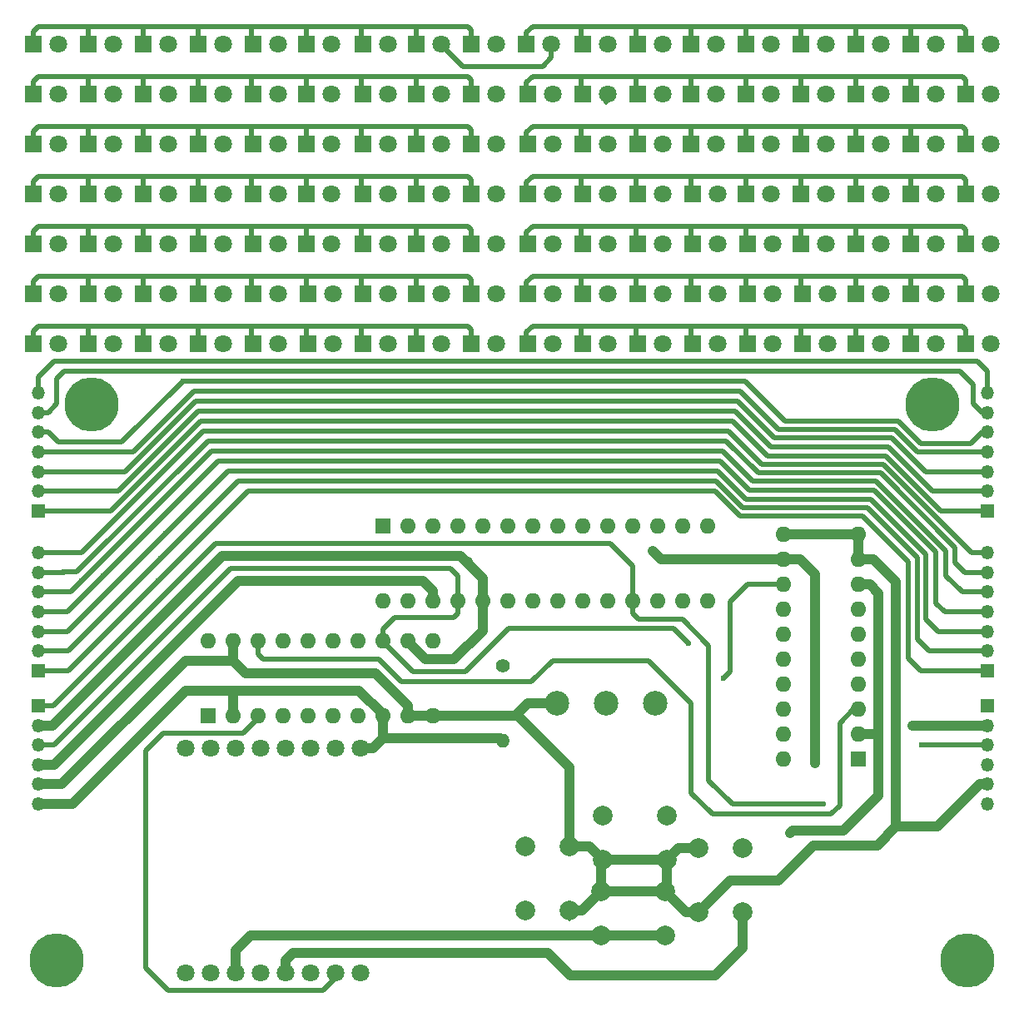
<source format=gbr>
G04 #@! TF.FileFunction,Copper,L2,Bot,Signal*
%FSLAX46Y46*%
G04 Gerber Fmt 4.6, Leading zero omitted, Abs format (unit mm)*
G04 Created by KiCad (PCBNEW 4.0.7) date 01/18/18 14:45:31*
%MOMM*%
%LPD*%
G01*
G04 APERTURE LIST*
%ADD10C,0.100000*%
%ADD11R,1.800000X1.800000*%
%ADD12C,1.800000*%
%ADD13R,1.600000X1.600000*%
%ADD14O,1.600000X1.600000*%
%ADD15R,1.350000X1.350000*%
%ADD16O,1.350000X1.350000*%
%ADD17C,2.000000*%
%ADD18C,1.400000*%
%ADD19O,1.400000X1.400000*%
%ADD20C,2.500000*%
%ADD21C,5.500000*%
%ADD22C,0.600000*%
%ADD23C,0.500000*%
%ADD24C,1.000000*%
G04 APERTURE END LIST*
D10*
D11*
X99060000Y-77470000D03*
D12*
X101600000Y-77470000D03*
D13*
X183007000Y-150241000D03*
D14*
X175387000Y-127381000D03*
X183007000Y-147701000D03*
X175387000Y-129921000D03*
X183007000Y-145161000D03*
X175387000Y-132461000D03*
X183007000Y-142621000D03*
X175387000Y-135001000D03*
X183007000Y-140081000D03*
X175387000Y-137541000D03*
X183007000Y-137541000D03*
X175387000Y-140081000D03*
X183007000Y-135001000D03*
X175387000Y-142621000D03*
X183007000Y-132461000D03*
X175387000Y-145161000D03*
X183007000Y-129921000D03*
X175387000Y-147701000D03*
X183007000Y-127381000D03*
X175387000Y-150241000D03*
D15*
X196088000Y-141224000D03*
D16*
X196088000Y-139224000D03*
X196088000Y-137224000D03*
X196088000Y-135224000D03*
X196088000Y-133224000D03*
X196088000Y-131224000D03*
X196088000Y-129224000D03*
D17*
X166696000Y-159258000D03*
X171196000Y-159258000D03*
X166696000Y-165758000D03*
X171196000Y-165758000D03*
D13*
X116840000Y-145796000D03*
D14*
X139700000Y-138176000D03*
X119380000Y-145796000D03*
X137160000Y-138176000D03*
X121920000Y-145796000D03*
X134620000Y-138176000D03*
X124460000Y-145796000D03*
X132080000Y-138176000D03*
X127000000Y-145796000D03*
X129540000Y-138176000D03*
X129540000Y-145796000D03*
X127000000Y-138176000D03*
X132080000Y-145796000D03*
X124460000Y-138176000D03*
X134620000Y-145796000D03*
X121920000Y-138176000D03*
X137160000Y-145796000D03*
X119380000Y-138176000D03*
X139700000Y-145796000D03*
X116840000Y-138176000D03*
D13*
X134620000Y-126492000D03*
D14*
X167640000Y-134112000D03*
X137160000Y-126492000D03*
X165100000Y-134112000D03*
X139700000Y-126492000D03*
X162560000Y-134112000D03*
X142240000Y-126492000D03*
X160020000Y-134112000D03*
X144780000Y-126492000D03*
X157480000Y-134112000D03*
X147320000Y-126492000D03*
X154940000Y-134112000D03*
X149860000Y-126492000D03*
X152400000Y-134112000D03*
X152400000Y-126492000D03*
X149860000Y-134112000D03*
X154940000Y-126492000D03*
X147320000Y-134112000D03*
X157480000Y-126492000D03*
X144780000Y-134112000D03*
X160020000Y-126492000D03*
X142240000Y-134112000D03*
X162560000Y-126492000D03*
X139700000Y-134112000D03*
X165100000Y-126492000D03*
X137160000Y-134112000D03*
X167640000Y-126492000D03*
X134620000Y-134112000D03*
D18*
X146812000Y-140716000D03*
D19*
X146812000Y-148336000D03*
D11*
X166116000Y-107950000D03*
D12*
X168656000Y-107950000D03*
D11*
X143637000Y-107950000D03*
D12*
X146177000Y-107950000D03*
D11*
X177292000Y-107950000D03*
D12*
X179832000Y-107950000D03*
D11*
X99060000Y-82550000D03*
D12*
X101600000Y-82550000D03*
D11*
X99060000Y-87630000D03*
D12*
X101600000Y-87630000D03*
D11*
X99060000Y-92710000D03*
D12*
X101600000Y-92710000D03*
D11*
X99060000Y-97790000D03*
D12*
X101600000Y-97790000D03*
D11*
X99060000Y-102870000D03*
D12*
X101600000Y-102870000D03*
D11*
X99060000Y-107950000D03*
D12*
X101600000Y-107950000D03*
D11*
X104648000Y-77470000D03*
D12*
X107188000Y-77470000D03*
D11*
X104648000Y-82550000D03*
D12*
X107188000Y-82550000D03*
D11*
X104648000Y-87630000D03*
D12*
X107188000Y-87630000D03*
D11*
X104648000Y-92710000D03*
D12*
X107188000Y-92710000D03*
D11*
X104648000Y-97790000D03*
D12*
X107188000Y-97790000D03*
D11*
X104648000Y-102870000D03*
D12*
X107188000Y-102870000D03*
D11*
X104648000Y-107950000D03*
D12*
X107188000Y-107950000D03*
D11*
X110236000Y-77470000D03*
D12*
X112776000Y-77470000D03*
D11*
X110236000Y-82550000D03*
D12*
X112776000Y-82550000D03*
D11*
X110236000Y-87630000D03*
D12*
X112776000Y-87630000D03*
D11*
X110236000Y-92710000D03*
D12*
X112776000Y-92710000D03*
D11*
X110236000Y-97790000D03*
D12*
X112776000Y-97790000D03*
D11*
X110236000Y-102870000D03*
D12*
X112776000Y-102870000D03*
D11*
X110236000Y-107950000D03*
D12*
X112776000Y-107950000D03*
D11*
X115824000Y-77470000D03*
D12*
X118364000Y-77470000D03*
D11*
X115824000Y-82550000D03*
D12*
X118364000Y-82550000D03*
D11*
X115824000Y-87630000D03*
D12*
X118364000Y-87630000D03*
D11*
X115824000Y-92710000D03*
D12*
X118364000Y-92710000D03*
D11*
X115824000Y-97790000D03*
D12*
X118364000Y-97790000D03*
D11*
X115824000Y-102870000D03*
D12*
X118364000Y-102870000D03*
D11*
X115824000Y-107950000D03*
D12*
X118364000Y-107950000D03*
D11*
X121412000Y-77470000D03*
D12*
X123952000Y-77470000D03*
D11*
X121412000Y-82550000D03*
D12*
X123952000Y-82550000D03*
D11*
X121412000Y-87630000D03*
D12*
X123952000Y-87630000D03*
D11*
X121412000Y-92710000D03*
D12*
X123952000Y-92710000D03*
D11*
X121412000Y-97790000D03*
D12*
X123952000Y-97790000D03*
D11*
X121412000Y-102870000D03*
D12*
X123952000Y-102870000D03*
D11*
X121412000Y-107950000D03*
D12*
X123952000Y-107950000D03*
D11*
X126873000Y-77470000D03*
D12*
X129413000Y-77470000D03*
D11*
X126873000Y-82550000D03*
D12*
X129413000Y-82550000D03*
D11*
X126873000Y-87630000D03*
D12*
X129413000Y-87630000D03*
D11*
X126873000Y-92710000D03*
D12*
X129413000Y-92710000D03*
D11*
X126873000Y-97790000D03*
D12*
X129413000Y-97790000D03*
D11*
X127000000Y-102870000D03*
D12*
X129540000Y-102870000D03*
D11*
X127000000Y-107950000D03*
D12*
X129540000Y-107950000D03*
D11*
X132588000Y-77470000D03*
D12*
X135128000Y-77470000D03*
D11*
X132588000Y-82550000D03*
D12*
X135128000Y-82550000D03*
D11*
X132588000Y-87630000D03*
D12*
X135128000Y-87630000D03*
D11*
X132588000Y-92710000D03*
D12*
X135128000Y-92710000D03*
D11*
X132588000Y-97790000D03*
D12*
X135128000Y-97790000D03*
D11*
X132588000Y-102870000D03*
D12*
X135128000Y-102870000D03*
D11*
X132588000Y-107950000D03*
D12*
X135128000Y-107950000D03*
D11*
X138049000Y-77470000D03*
D12*
X140589000Y-77470000D03*
D11*
X138049000Y-82550000D03*
D12*
X140589000Y-82550000D03*
D11*
X138049000Y-87630000D03*
D12*
X140589000Y-87630000D03*
D11*
X138049000Y-92710000D03*
D12*
X140589000Y-92710000D03*
D11*
X138049000Y-97790000D03*
D12*
X140589000Y-97790000D03*
D11*
X138049000Y-102870000D03*
D12*
X140589000Y-102870000D03*
D11*
X138049000Y-107950000D03*
D12*
X140589000Y-107950000D03*
D11*
X143637000Y-77470000D03*
D12*
X146177000Y-77470000D03*
D11*
X143637000Y-82550000D03*
D12*
X146177000Y-82550000D03*
D11*
X143637000Y-87630000D03*
D12*
X146177000Y-87630000D03*
D11*
X143637000Y-92710000D03*
D12*
X146177000Y-92710000D03*
D11*
X143637000Y-97790000D03*
D12*
X146177000Y-97790000D03*
D11*
X143637000Y-102870000D03*
D12*
X146177000Y-102870000D03*
D11*
X149225000Y-77470000D03*
D12*
X151765000Y-77470000D03*
D11*
X149352000Y-82550000D03*
D12*
X151892000Y-82550000D03*
D11*
X149352000Y-87630000D03*
D12*
X151892000Y-87630000D03*
D11*
X149352000Y-92710000D03*
D12*
X151892000Y-92710000D03*
D11*
X149352000Y-97790000D03*
D12*
X151892000Y-97790000D03*
D11*
X149352000Y-102870000D03*
D12*
X151892000Y-102870000D03*
D11*
X149352000Y-107950000D03*
D12*
X151892000Y-107950000D03*
D11*
X154940000Y-77470000D03*
D12*
X157480000Y-77470000D03*
D11*
X154940000Y-82550000D03*
D12*
X157480000Y-82550000D03*
D11*
X154940000Y-87630000D03*
D12*
X157480000Y-87630000D03*
D11*
X154940000Y-92710000D03*
D12*
X157480000Y-92710000D03*
D11*
X154940000Y-97790000D03*
D12*
X157480000Y-97790000D03*
D11*
X154940000Y-102870000D03*
D12*
X157480000Y-102870000D03*
D11*
X154940000Y-107950000D03*
D12*
X157480000Y-107950000D03*
D11*
X160528000Y-77470000D03*
D12*
X163068000Y-77470000D03*
D11*
X160528000Y-82550000D03*
D12*
X163068000Y-82550000D03*
D11*
X160528000Y-87630000D03*
D12*
X163068000Y-87630000D03*
D11*
X160528000Y-92710000D03*
D12*
X163068000Y-92710000D03*
D11*
X160528000Y-97790000D03*
D12*
X163068000Y-97790000D03*
D11*
X160528000Y-102870000D03*
D12*
X163068000Y-102870000D03*
D11*
X160528000Y-107950000D03*
D12*
X163068000Y-107950000D03*
D11*
X165989000Y-77470000D03*
D12*
X168529000Y-77470000D03*
D11*
X165989000Y-82550000D03*
D12*
X168529000Y-82550000D03*
D11*
X165989000Y-87630000D03*
D12*
X168529000Y-87630000D03*
D11*
X166116000Y-92710000D03*
D12*
X168656000Y-92710000D03*
D11*
X166116000Y-97790000D03*
D12*
X168656000Y-97790000D03*
D11*
X166116000Y-102870000D03*
D12*
X168656000Y-102870000D03*
D11*
X171577000Y-77470000D03*
D12*
X174117000Y-77470000D03*
D11*
X171577000Y-82550000D03*
D12*
X174117000Y-82550000D03*
D11*
X171577000Y-87630000D03*
D12*
X174117000Y-87630000D03*
D11*
X171577000Y-92710000D03*
D12*
X174117000Y-92710000D03*
D11*
X171704000Y-97790000D03*
D12*
X174244000Y-97790000D03*
D11*
X171704000Y-102870000D03*
D12*
X174244000Y-102870000D03*
D11*
X171704000Y-107950000D03*
D12*
X174244000Y-107950000D03*
D11*
X177165000Y-77470000D03*
D12*
X179705000Y-77470000D03*
D11*
X177165000Y-82550000D03*
D12*
X179705000Y-82550000D03*
D11*
X177165000Y-87630000D03*
D12*
X179705000Y-87630000D03*
D11*
X177165000Y-92710000D03*
D12*
X179705000Y-92710000D03*
D11*
X177165000Y-97790000D03*
D12*
X179705000Y-97790000D03*
D11*
X177292000Y-102870000D03*
D12*
X179832000Y-102870000D03*
D11*
X182753000Y-77470000D03*
D12*
X185293000Y-77470000D03*
D11*
X182753000Y-82550000D03*
D12*
X185293000Y-82550000D03*
D11*
X182753000Y-87630000D03*
D12*
X185293000Y-87630000D03*
D11*
X182753000Y-92710000D03*
D12*
X185293000Y-92710000D03*
D11*
X182753000Y-97790000D03*
D12*
X185293000Y-97790000D03*
D11*
X182753000Y-102870000D03*
D12*
X185293000Y-102870000D03*
D11*
X182753000Y-107950000D03*
D12*
X185293000Y-107950000D03*
D11*
X188341000Y-77470000D03*
D12*
X190881000Y-77470000D03*
D11*
X188341000Y-82550000D03*
D12*
X190881000Y-82550000D03*
D11*
X188341000Y-87630000D03*
D12*
X190881000Y-87630000D03*
D11*
X188341000Y-92710000D03*
D12*
X190881000Y-92710000D03*
D11*
X188341000Y-97790000D03*
D12*
X190881000Y-97790000D03*
D11*
X188341000Y-102870000D03*
D12*
X190881000Y-102870000D03*
D11*
X188341000Y-107950000D03*
D12*
X190881000Y-107950000D03*
D11*
X193929000Y-77470000D03*
D12*
X196469000Y-77470000D03*
D11*
X193929000Y-82550000D03*
D12*
X196469000Y-82550000D03*
D11*
X193929000Y-87630000D03*
D12*
X196469000Y-87630000D03*
D11*
X193929000Y-92710000D03*
D12*
X196469000Y-92710000D03*
D11*
X193929000Y-97790000D03*
D12*
X196469000Y-97790000D03*
D11*
X193929000Y-102870000D03*
D12*
X196469000Y-102870000D03*
D11*
X193929000Y-107950000D03*
D12*
X196469000Y-107950000D03*
D15*
X99568000Y-144780000D03*
D16*
X99568000Y-146780000D03*
X99568000Y-148780000D03*
X99568000Y-150780000D03*
X99568000Y-152780000D03*
X99568000Y-154780000D03*
D15*
X99568000Y-124968000D03*
D16*
X99568000Y-122968000D03*
X99568000Y-120968000D03*
X99568000Y-118968000D03*
X99568000Y-116968000D03*
X99568000Y-114968000D03*
X99568000Y-112968000D03*
D15*
X99568000Y-141224000D03*
D16*
X99568000Y-139224000D03*
X99568000Y-137224000D03*
X99568000Y-135224000D03*
X99568000Y-133224000D03*
X99568000Y-131224000D03*
X99568000Y-129224000D03*
D15*
X196088000Y-124968000D03*
D16*
X196088000Y-122968000D03*
X196088000Y-120968000D03*
X196088000Y-118968000D03*
X196088000Y-116968000D03*
X196088000Y-114968000D03*
X196088000Y-112968000D03*
D15*
X196088000Y-144780000D03*
D16*
X196088000Y-146780000D03*
X196088000Y-148780000D03*
X196088000Y-150780000D03*
X196088000Y-152780000D03*
X196088000Y-154780000D03*
D20*
X157306000Y-144526000D03*
X152306000Y-144526000D03*
X162306000Y-144526000D03*
D17*
X156972000Y-160456000D03*
X156972000Y-155956000D03*
X163472000Y-160456000D03*
X163472000Y-155956000D03*
X153598000Y-165608000D03*
X149098000Y-165608000D03*
X153598000Y-159108000D03*
X149098000Y-159108000D03*
X163322000Y-163648000D03*
X163322000Y-168148000D03*
X156822000Y-163648000D03*
X156822000Y-168148000D03*
D21*
X101473000Y-170688000D03*
X194056000Y-170688000D03*
X105029000Y-114173000D03*
X190500000Y-114173000D03*
D12*
X114554000Y-149098000D03*
X117094000Y-149098000D03*
X119634000Y-149098000D03*
X122174000Y-149098000D03*
X124714000Y-149098000D03*
X127254000Y-149098000D03*
X129794000Y-149098000D03*
X132334000Y-149098000D03*
X132334000Y-171958000D03*
X129794000Y-171958000D03*
X127254000Y-171958000D03*
X124714000Y-171958000D03*
X122174000Y-171958000D03*
X119634000Y-171958000D03*
X117094000Y-171958000D03*
X114554000Y-171958000D03*
D22*
X179451000Y-154813000D03*
X176022000Y-157734000D03*
X162052000Y-129032000D03*
X143256000Y-130175000D03*
X178562000Y-150622000D03*
X188468000Y-146812000D03*
X165735000Y-138430000D03*
X189421000Y-148780000D03*
X169291000Y-141986000D03*
X103124000Y-109728000D03*
X108712000Y-110744000D03*
X114300000Y-111760000D03*
X119888000Y-112776000D03*
X125476000Y-113792000D03*
X131064000Y-114808000D03*
X136652000Y-115824000D03*
X111760000Y-132080000D03*
X147828000Y-122936000D03*
X112014000Y-129794000D03*
X151892000Y-121920000D03*
X112522000Y-127254000D03*
X156464000Y-120904000D03*
X106172000Y-131572000D03*
X160528000Y-119888000D03*
X104013000Y-132080000D03*
X163195000Y-118872000D03*
X165735000Y-117856000D03*
X102235000Y-131191000D03*
X168148000Y-116840000D03*
D23*
X123952000Y-108077000D02*
X123825000Y-107950000D01*
X167767000Y-152400000D02*
X167767000Y-138684000D01*
X165100000Y-136017000D02*
X160655000Y-136017000D01*
X167767000Y-138684000D02*
X165100000Y-136017000D01*
X179451000Y-154813000D02*
X170180000Y-154813000D01*
X170180000Y-154813000D02*
X167767000Y-152400000D01*
X160020000Y-135382000D02*
X160020000Y-134112000D01*
X160655000Y-136017000D02*
X160020000Y-135382000D01*
X160020000Y-130556000D02*
X157734000Y-128270000D01*
X160020000Y-130556000D02*
X160020000Y-134112000D01*
X157734000Y-128270000D02*
X156210000Y-128270000D01*
X117602000Y-128270000D02*
X156210000Y-128270000D01*
X156210000Y-128270000D02*
X157734000Y-128270000D01*
X99568000Y-144780000D02*
X101092000Y-144780000D01*
X101092000Y-144780000D02*
X117602000Y-128270000D01*
X129540000Y-108077000D02*
X129413000Y-107950000D01*
D24*
X132207000Y-143256000D02*
X119126000Y-143256000D01*
X132207000Y-143256000D02*
X134620000Y-145669000D01*
X134620000Y-145796000D02*
X134620000Y-145669000D01*
X185039000Y-147701000D02*
X185039000Y-153924000D01*
X181483000Y-157480000D02*
X185039000Y-153924000D01*
X176276000Y-157480000D02*
X181483000Y-157480000D01*
X176276000Y-157480000D02*
X176022000Y-157734000D01*
X183007000Y-147701000D02*
X185039000Y-147701000D01*
X185039000Y-147701000D02*
X185039000Y-133350000D01*
X185039000Y-133350000D02*
X184150000Y-132461000D01*
X184150000Y-132461000D02*
X183007000Y-132461000D01*
X134620000Y-148082000D02*
X146558000Y-148082000D01*
X146558000Y-148082000D02*
X146812000Y-148336000D01*
X134620000Y-148082000D02*
X134620000Y-145796000D01*
X133604000Y-149098000D02*
X134620000Y-148082000D01*
X99568000Y-154780000D02*
X103030000Y-154780000D01*
X103030000Y-154780000D02*
X114554000Y-143256000D01*
X114554000Y-143256000D02*
X119126000Y-143256000D01*
X119380000Y-145796000D02*
X119380000Y-143256000D01*
X119380000Y-143256000D02*
X119126000Y-143256000D01*
D23*
X119380000Y-145796000D02*
X119380000Y-145288000D01*
D24*
X132334000Y-149098000D02*
X133604000Y-149098000D01*
D23*
X135128000Y-108077000D02*
X135001000Y-107950000D01*
X140589000Y-77470000D02*
X140589000Y-77597000D01*
X140589000Y-77597000D02*
X142748000Y-79756000D01*
X151765000Y-78867000D02*
X151765000Y-77470000D01*
X150876000Y-79756000D02*
X151765000Y-78867000D01*
X142748000Y-79756000D02*
X150876000Y-79756000D01*
X140716000Y-108077000D02*
X140589000Y-107950000D01*
X151892000Y-77597000D02*
X151765000Y-77470000D01*
X146304000Y-108077000D02*
X146177000Y-107950000D01*
X157353000Y-83439000D02*
X157353000Y-82550000D01*
D24*
X152306000Y-144526000D02*
X149352000Y-144526000D01*
X149352000Y-144526000D02*
X148082000Y-145796000D01*
X123952000Y-141478000D02*
X133858000Y-141478000D01*
X133858000Y-141478000D02*
X136017000Y-143637000D01*
X137160000Y-145796000D02*
X137160000Y-144780000D01*
X137160000Y-144780000D02*
X136017000Y-143637000D01*
X136017000Y-143637000D02*
X133858000Y-141478000D01*
X169926000Y-162560000D02*
X174879000Y-162560000D01*
X166728000Y-165758000D02*
X169926000Y-162560000D01*
X184912000Y-159004000D02*
X186817000Y-157099000D01*
X178435000Y-159004000D02*
X184912000Y-159004000D01*
X174879000Y-162560000D02*
X178435000Y-159004000D01*
X186817000Y-132207000D02*
X186817000Y-157099000D01*
X184531000Y-129921000D02*
X183007000Y-129921000D01*
X184531000Y-129921000D02*
X186817000Y-132207000D01*
X191008000Y-157099000D02*
X186817000Y-157099000D01*
X196088000Y-152780000D02*
X195327000Y-152780000D01*
X195327000Y-152780000D02*
X191008000Y-157099000D01*
X183007000Y-127381000D02*
X183007000Y-129921000D01*
X175387000Y-127381000D02*
X183007000Y-127381000D01*
X139700000Y-145796000D02*
X148082000Y-145796000D01*
X148082000Y-145796000D02*
X148336000Y-145796000D01*
X148336000Y-145796000D02*
X153598000Y-151058000D01*
X153598000Y-151058000D02*
X153598000Y-159108000D01*
X166696000Y-165758000D02*
X166728000Y-165758000D01*
X119380000Y-140208000D02*
X120650000Y-141478000D01*
X120650000Y-141478000D02*
X121158000Y-141478000D01*
X121158000Y-141478000D02*
X123952000Y-141478000D01*
X118110000Y-140208000D02*
X119380000Y-140208000D01*
X119380000Y-140208000D02*
X119380000Y-138176000D01*
X101982000Y-152780000D02*
X114554000Y-140208000D01*
X114554000Y-140208000D02*
X118110000Y-140208000D01*
X99568000Y-152780000D02*
X101982000Y-152780000D01*
X121158000Y-141478000D02*
X123952000Y-141478000D01*
X139700000Y-145796000D02*
X137160000Y-145796000D01*
X118110000Y-140208000D02*
X114554000Y-140208000D01*
X166696000Y-159258000D02*
X164670000Y-159258000D01*
X164670000Y-159258000D02*
X163472000Y-160456000D01*
X166696000Y-165758000D02*
X165432000Y-165758000D01*
X165432000Y-165758000D02*
X163322000Y-163648000D01*
X163322000Y-163648000D02*
X156822000Y-163648000D01*
X163472000Y-160456000D02*
X163472000Y-163498000D01*
X163472000Y-163498000D02*
X163322000Y-163648000D01*
X156972000Y-160456000D02*
X163472000Y-160456000D01*
X153598000Y-159108000D02*
X155624000Y-159108000D01*
X155624000Y-159108000D02*
X156972000Y-160456000D01*
X156822000Y-163648000D02*
X156822000Y-160606000D01*
X156822000Y-160606000D02*
X156972000Y-160456000D01*
X153598000Y-165608000D02*
X154862000Y-165608000D01*
X154862000Y-165608000D02*
X156822000Y-163648000D01*
D23*
X163322000Y-160606000D02*
X163472000Y-160456000D01*
X163322000Y-163648000D02*
X163322000Y-164338000D01*
X153598000Y-165608000D02*
X153598000Y-166442000D01*
X163472000Y-163498000D02*
X163322000Y-163648000D01*
X156972000Y-163498000D02*
X156822000Y-163648000D01*
X168656000Y-108077000D02*
X168529000Y-107950000D01*
D24*
X138938000Y-140081000D02*
X141859000Y-140081000D01*
X141859000Y-140081000D02*
X144780000Y-137160000D01*
X138938000Y-140081000D02*
X137160000Y-138303000D01*
X144780000Y-134112000D02*
X144780000Y-137160000D01*
X137160000Y-138176000D02*
X137160000Y-138303000D01*
X137160000Y-138176000D02*
X137160000Y-138430000D01*
X162941000Y-129921000D02*
X162052000Y-129032000D01*
X175387000Y-129921000D02*
X162941000Y-129921000D01*
X143256000Y-130175000D02*
X143256000Y-130302000D01*
X188468000Y-146812000D02*
X188500000Y-146780000D01*
X188500000Y-146780000D02*
X196088000Y-146780000D01*
X178562000Y-131445000D02*
X178562000Y-150622000D01*
X175387000Y-129921000D02*
X177038000Y-129921000D01*
X177038000Y-129921000D02*
X178562000Y-131445000D01*
X99568000Y-146780000D02*
X100997000Y-146780000D01*
X144780000Y-131826000D02*
X144780000Y-134112000D01*
X143256000Y-130302000D02*
X144780000Y-131826000D01*
X142474002Y-129520002D02*
X143256000Y-130302000D01*
X118256998Y-129520002D02*
X142474002Y-129520002D01*
X100997000Y-146780000D02*
X118256998Y-129520002D01*
D23*
X174244000Y-108077000D02*
X174117000Y-107950000D01*
X137668000Y-141351000D02*
X143002000Y-141351000D01*
X137668000Y-141351000D02*
X134620000Y-138303000D01*
X143002000Y-141351000D02*
X147447000Y-136906000D01*
X147447000Y-136906000D02*
X164211000Y-136906000D01*
X164211000Y-136906000D02*
X165735000Y-138430000D01*
X169926000Y-134239000D02*
X169926000Y-141351000D01*
X196088000Y-148780000D02*
X189421000Y-148780000D01*
X171704000Y-132461000D02*
X169926000Y-134239000D01*
X171704000Y-132461000D02*
X175387000Y-132461000D01*
X169926000Y-141351000D02*
X169291000Y-141986000D01*
X134620000Y-138176000D02*
X134620000Y-138303000D01*
X141795500Y-135826500D02*
X135826500Y-135826500D01*
X135826500Y-135826500D02*
X134620000Y-137033000D01*
X119126000Y-130810000D02*
X141478000Y-130810000D01*
X134620000Y-138176000D02*
X134620000Y-137033000D01*
X141795500Y-135826500D02*
X142240000Y-135382000D01*
X142240000Y-135382000D02*
X142240000Y-134112000D01*
X101156000Y-148780000D02*
X119126000Y-130810000D01*
X142240000Y-131572000D02*
X142240000Y-134112000D01*
X141478000Y-130810000D02*
X142240000Y-131572000D01*
X99568000Y-148780000D02*
X101156000Y-148780000D01*
X142240000Y-134112000D02*
X142240000Y-134366000D01*
X196024000Y-148844000D02*
X196088000Y-148780000D01*
X179832000Y-108077000D02*
X179705000Y-107950000D01*
D24*
X119888000Y-132080000D02*
X138684000Y-132080000D01*
X101188000Y-150780000D02*
X119888000Y-132080000D01*
X99568000Y-150780000D02*
X101188000Y-150780000D01*
X139700000Y-133096000D02*
X139700000Y-134112000D01*
X138684000Y-132080000D02*
X139700000Y-133096000D01*
D23*
X185420000Y-108077000D02*
X185293000Y-107950000D01*
X191008000Y-108077000D02*
X190881000Y-107950000D01*
X103124000Y-109728000D02*
X195072000Y-109728000D01*
X103124000Y-109728000D02*
X101219000Y-109728000D01*
X101219000Y-109728000D02*
X99568000Y-111379000D01*
X99568000Y-111379000D02*
X99568000Y-112968000D01*
X99568000Y-112968000D02*
X99568000Y-112776000D01*
X196088000Y-110744000D02*
X196088000Y-112968000D01*
X195072000Y-109728000D02*
X196088000Y-110744000D01*
X195896000Y-112776000D02*
X196088000Y-112968000D01*
X138049000Y-77470000D02*
X138049000Y-75692000D01*
X138049000Y-75692000D02*
X138176000Y-75692000D01*
X132461000Y-77470000D02*
X132461000Y-75692000D01*
X132461000Y-75692000D02*
X132588000Y-75692000D01*
X126873000Y-77470000D02*
X126873000Y-75692000D01*
X126873000Y-75692000D02*
X127000000Y-75692000D01*
X121285000Y-77470000D02*
X121285000Y-75692000D01*
X121285000Y-75692000D02*
X121412000Y-75692000D01*
X115824000Y-77470000D02*
X115824000Y-75692000D01*
X110236000Y-77470000D02*
X110236000Y-75692000D01*
X104648000Y-77470000D02*
X104648000Y-75692000D01*
X143637000Y-77470000D02*
X143637000Y-76073000D01*
X99060000Y-76200000D02*
X99060000Y-77470000D01*
X99568000Y-75692000D02*
X99060000Y-76200000D01*
X143256000Y-75692000D02*
X138176000Y-75692000D01*
X138176000Y-75692000D02*
X132588000Y-75692000D01*
X132588000Y-75692000D02*
X127000000Y-75692000D01*
X127000000Y-75692000D02*
X121412000Y-75692000D01*
X121412000Y-75692000D02*
X115824000Y-75692000D01*
X115824000Y-75692000D02*
X110236000Y-75692000D01*
X110236000Y-75692000D02*
X104648000Y-75692000D01*
X104648000Y-75692000D02*
X99568000Y-75692000D01*
X143637000Y-76073000D02*
X143256000Y-75692000D01*
X194691000Y-114046000D02*
X194691000Y-112141000D01*
X194691000Y-112141000D02*
X193294000Y-110744000D01*
X196088000Y-114968000D02*
X195613000Y-114968000D01*
X195613000Y-114968000D02*
X194691000Y-114046000D01*
X193294000Y-110744000D02*
X108712000Y-110744000D01*
X108712000Y-110744000D02*
X102235000Y-110744000D01*
X100551000Y-114968000D02*
X99568000Y-114968000D01*
X101473000Y-114046000D02*
X100551000Y-114968000D01*
X101473000Y-111506000D02*
X101473000Y-114046000D01*
X102235000Y-110744000D02*
X101473000Y-111506000D01*
X99060000Y-81280000D02*
X99060000Y-82550000D01*
X104648000Y-80772000D02*
X99568000Y-80772000D01*
X99568000Y-80772000D02*
X99060000Y-81280000D01*
X104648000Y-82550000D02*
X104648000Y-80772000D01*
X110236000Y-80772000D02*
X104648000Y-80772000D01*
X110236000Y-82550000D02*
X110236000Y-80772000D01*
X115824000Y-80772000D02*
X110236000Y-80772000D01*
X115824000Y-82550000D02*
X115824000Y-80772000D01*
X121412000Y-80772000D02*
X115824000Y-80772000D01*
X121285000Y-82550000D02*
X121285000Y-80772000D01*
X126492000Y-80772000D02*
X121412000Y-80772000D01*
X121285000Y-80772000D02*
X121412000Y-80772000D01*
X126873000Y-82550000D02*
X126873000Y-80772000D01*
X132588000Y-80772000D02*
X126492000Y-80772000D01*
X126873000Y-80772000D02*
X126492000Y-80772000D01*
X132461000Y-82550000D02*
X132461000Y-80772000D01*
X138176000Y-80772000D02*
X132588000Y-80772000D01*
X132461000Y-80772000D02*
X132588000Y-80772000D01*
X138049000Y-82550000D02*
X138049000Y-80772000D01*
X143637000Y-81153000D02*
X143256000Y-80772000D01*
X143256000Y-80772000D02*
X138176000Y-80772000D01*
X143637000Y-82550000D02*
X143637000Y-81153000D01*
X138049000Y-80772000D02*
X138176000Y-80772000D01*
X194437000Y-118110000D02*
X189357000Y-118110000D01*
X195579000Y-116968000D02*
X194437000Y-118110000D01*
X175514000Y-115824000D02*
X171450000Y-111760000D01*
X187071000Y-115824000D02*
X175514000Y-115824000D01*
X189357000Y-118110000D02*
X187071000Y-115824000D01*
X196088000Y-116968000D02*
X195579000Y-116968000D01*
X99568000Y-116968000D02*
X100585000Y-116968000D01*
X100585000Y-116968000D02*
X101600000Y-117983000D01*
X195960000Y-116840000D02*
X196088000Y-116968000D01*
X138049000Y-87630000D02*
X138049000Y-85852000D01*
X138049000Y-85852000D02*
X138176000Y-85852000D01*
X132461000Y-87630000D02*
X132461000Y-85852000D01*
X132461000Y-85852000D02*
X132080000Y-85852000D01*
X126873000Y-87630000D02*
X126873000Y-85852000D01*
X126873000Y-85852000D02*
X126492000Y-85852000D01*
X121285000Y-87630000D02*
X121285000Y-85852000D01*
X121285000Y-85852000D02*
X121412000Y-85852000D01*
X115824000Y-87630000D02*
X115824000Y-85852000D01*
X110236000Y-85852000D02*
X110236000Y-87630000D01*
X104648000Y-87630000D02*
X104648000Y-85852000D01*
X143637000Y-87630000D02*
X143637000Y-86233000D01*
X99060000Y-86360000D02*
X99060000Y-87630000D01*
X99568000Y-85852000D02*
X99060000Y-86360000D01*
X143256000Y-85852000D02*
X138176000Y-85852000D01*
X138176000Y-85852000D02*
X132080000Y-85852000D01*
X132080000Y-85852000D02*
X126492000Y-85852000D01*
X126492000Y-85852000D02*
X121412000Y-85852000D01*
X121412000Y-85852000D02*
X115824000Y-85852000D01*
X115824000Y-85852000D02*
X110236000Y-85852000D01*
X110236000Y-85852000D02*
X104648000Y-85852000D01*
X104648000Y-85852000D02*
X99568000Y-85852000D01*
X143637000Y-86233000D02*
X143256000Y-85852000D01*
X108077000Y-117983000D02*
X114300000Y-111760000D01*
X101600000Y-117983000D02*
X108077000Y-117983000D01*
X114300000Y-111760000D02*
X171450000Y-111760000D01*
X186690000Y-116713000D02*
X174879000Y-116713000D01*
X174879000Y-116713000D02*
X170942000Y-112776000D01*
X188945000Y-118968000D02*
X186690000Y-116713000D01*
X196088000Y-118968000D02*
X188945000Y-118968000D01*
X109251000Y-118968000D02*
X115443000Y-112776000D01*
X99568000Y-118968000D02*
X109251000Y-118968000D01*
X170942000Y-112776000D02*
X119888000Y-112776000D01*
X119888000Y-112776000D02*
X115443000Y-112776000D01*
X138049000Y-92710000D02*
X138049000Y-90932000D01*
X138049000Y-90932000D02*
X138176000Y-90932000D01*
X132461000Y-92710000D02*
X132461000Y-90932000D01*
X132461000Y-90932000D02*
X132080000Y-90932000D01*
X126873000Y-92710000D02*
X126873000Y-90932000D01*
X126873000Y-90932000D02*
X127000000Y-90932000D01*
X121285000Y-92710000D02*
X121285000Y-90932000D01*
X121285000Y-90932000D02*
X120904000Y-90932000D01*
X115824000Y-92710000D02*
X115824000Y-90932000D01*
X110236000Y-92710000D02*
X110236000Y-90932000D01*
X104648000Y-92710000D02*
X104648000Y-91948000D01*
X104648000Y-91948000D02*
X104648000Y-90932000D01*
X99060000Y-92710000D02*
X99060000Y-91440000D01*
X143637000Y-91313000D02*
X143637000Y-92710000D01*
X143256000Y-90932000D02*
X143637000Y-91313000D01*
X99568000Y-90932000D02*
X104648000Y-90932000D01*
X104648000Y-90932000D02*
X110236000Y-90932000D01*
X110236000Y-90932000D02*
X115824000Y-90932000D01*
X115824000Y-90932000D02*
X120904000Y-90932000D01*
X120904000Y-90932000D02*
X127000000Y-90932000D01*
X127000000Y-90932000D02*
X132080000Y-90932000D01*
X132080000Y-90932000D02*
X138176000Y-90932000D01*
X138176000Y-90932000D02*
X143256000Y-90932000D01*
X99060000Y-91440000D02*
X99568000Y-90932000D01*
X186372500Y-117538500D02*
X174434500Y-117538500D01*
X174434500Y-117538500D02*
X170688000Y-113792000D01*
X189802000Y-120968000D02*
X186372500Y-117538500D01*
X196088000Y-120968000D02*
X189802000Y-120968000D01*
X99568000Y-120968000D02*
X108394000Y-120968000D01*
X108394000Y-120968000D02*
X115570000Y-113792000D01*
X115570000Y-113792000D02*
X125476000Y-113792000D01*
X125476000Y-113792000D02*
X170688000Y-113792000D01*
X196024000Y-120904000D02*
X196088000Y-120968000D01*
X115824000Y-97790000D02*
X115824000Y-96012000D01*
X110236000Y-97790000D02*
X110236000Y-96012000D01*
X104648000Y-97790000D02*
X104648000Y-96012000D01*
X121285000Y-97790000D02*
X121285000Y-96012000D01*
X121285000Y-96012000D02*
X121412000Y-96012000D01*
X126873000Y-97790000D02*
X126873000Y-96012000D01*
X126873000Y-96012000D02*
X127000000Y-96012000D01*
X132461000Y-97790000D02*
X132461000Y-96012000D01*
X132461000Y-96012000D02*
X132588000Y-96012000D01*
X138049000Y-97790000D02*
X138049000Y-96012000D01*
X138049000Y-96012000D02*
X138176000Y-96012000D01*
X143637000Y-97790000D02*
X143637000Y-96393000D01*
X99060000Y-96520000D02*
X99060000Y-97790000D01*
X99568000Y-96012000D02*
X99060000Y-96520000D01*
X143256000Y-96012000D02*
X138176000Y-96012000D01*
X138176000Y-96012000D02*
X132588000Y-96012000D01*
X132588000Y-96012000D02*
X127000000Y-96012000D01*
X127000000Y-96012000D02*
X121412000Y-96012000D01*
X121412000Y-96012000D02*
X115824000Y-96012000D01*
X115824000Y-96012000D02*
X110236000Y-96012000D01*
X110236000Y-96012000D02*
X104648000Y-96012000D01*
X104648000Y-96012000D02*
X99568000Y-96012000D01*
X143637000Y-96393000D02*
X143256000Y-96012000D01*
X186055000Y-118491000D02*
X174117000Y-118491000D01*
X174117000Y-118491000D02*
X170434000Y-114808000D01*
X190532000Y-122968000D02*
X196088000Y-122968000D01*
X190532000Y-122968000D02*
X186055000Y-118491000D01*
X170434000Y-114808000D02*
X131064000Y-114808000D01*
X99568000Y-122968000D02*
X107664000Y-122968000D01*
X107664000Y-122968000D02*
X115824000Y-114808000D01*
X131064000Y-114808000D02*
X115824000Y-114808000D01*
X138049000Y-102870000D02*
X138049000Y-101092000D01*
X138049000Y-101092000D02*
X137668000Y-101092000D01*
X132461000Y-102870000D02*
X132461000Y-101092000D01*
X132461000Y-101092000D02*
X132588000Y-101092000D01*
X121285000Y-102870000D02*
X121285000Y-101092000D01*
X121285000Y-101092000D02*
X121412000Y-101092000D01*
X126873000Y-102870000D02*
X126873000Y-101092000D01*
X126873000Y-101092000D02*
X127000000Y-101092000D01*
X115824000Y-102870000D02*
X115824000Y-101092000D01*
X110236000Y-102870000D02*
X110236000Y-101092000D01*
X104648000Y-102870000D02*
X104648000Y-101092000D01*
X99060000Y-102870000D02*
X99060000Y-101600000D01*
X143637000Y-101473000D02*
X143637000Y-102870000D01*
X143256000Y-101092000D02*
X143637000Y-101473000D01*
X99568000Y-101092000D02*
X104648000Y-101092000D01*
X104648000Y-101092000D02*
X110236000Y-101092000D01*
X110236000Y-101092000D02*
X115824000Y-101092000D01*
X115824000Y-101092000D02*
X121412000Y-101092000D01*
X121412000Y-101092000D02*
X127000000Y-101092000D01*
X127000000Y-101092000D02*
X132588000Y-101092000D01*
X132588000Y-101092000D02*
X137668000Y-101092000D01*
X137668000Y-101092000D02*
X143256000Y-101092000D01*
X99060000Y-101600000D02*
X99568000Y-101092000D01*
X185801000Y-119380000D02*
X173736000Y-119380000D01*
X173736000Y-119380000D02*
X170180000Y-115824000D01*
X191389000Y-124968000D02*
X185801000Y-119380000D01*
X196088000Y-124968000D02*
X191389000Y-124968000D01*
X99568000Y-124968000D02*
X106934000Y-124968000D01*
X106934000Y-124968000D02*
X116078000Y-115824000D01*
X116078000Y-115824000D02*
X136652000Y-115824000D01*
X136652000Y-115824000D02*
X170180000Y-115824000D01*
X138049000Y-107950000D02*
X138049000Y-106172000D01*
X138049000Y-106172000D02*
X137668000Y-106172000D01*
X132461000Y-107950000D02*
X132461000Y-106172000D01*
X132461000Y-106172000D02*
X132588000Y-106172000D01*
X126873000Y-107950000D02*
X126873000Y-106172000D01*
X126873000Y-106172000D02*
X127000000Y-106172000D01*
X121285000Y-107950000D02*
X121285000Y-106172000D01*
X121285000Y-106172000D02*
X121412000Y-106172000D01*
X115824000Y-107950000D02*
X115824000Y-106172000D01*
X110236000Y-107950000D02*
X110236000Y-106172000D01*
X104648000Y-107950000D02*
X104648000Y-106172000D01*
X143637000Y-107950000D02*
X143637000Y-106553000D01*
X99060000Y-106680000D02*
X99060000Y-107950000D01*
X99568000Y-106172000D02*
X99060000Y-106680000D01*
X143256000Y-106172000D02*
X137668000Y-106172000D01*
X137668000Y-106172000D02*
X132588000Y-106172000D01*
X132588000Y-106172000D02*
X127000000Y-106172000D01*
X127000000Y-106172000D02*
X121412000Y-106172000D01*
X121412000Y-106172000D02*
X115824000Y-106172000D01*
X115824000Y-106172000D02*
X110236000Y-106172000D01*
X110236000Y-106172000D02*
X104648000Y-106172000D01*
X104648000Y-106172000D02*
X99568000Y-106172000D01*
X143637000Y-106553000D02*
X143256000Y-106172000D01*
X188087000Y-130175000D02*
X183388000Y-125476000D01*
X183388000Y-125476000D02*
X170942000Y-125476000D01*
X147828000Y-122936000D02*
X168402000Y-122936000D01*
X170942000Y-125476000D02*
X168402000Y-122936000D01*
X196088000Y-141224000D02*
X189337002Y-141224000D01*
X188087000Y-139973998D02*
X188087000Y-130175000D01*
X189337002Y-141224000D02*
X188087000Y-139973998D01*
X102616000Y-141224000D02*
X111760000Y-132080000D01*
X111760000Y-132080000D02*
X120904000Y-122936000D01*
X99568000Y-141224000D02*
X102616000Y-141224000D01*
X120904000Y-122936000D02*
X147828000Y-122936000D01*
X154813000Y-77470000D02*
X154813000Y-75692000D01*
X154813000Y-75692000D02*
X154940000Y-75692000D01*
X160020000Y-75692000D02*
X154940000Y-75692000D01*
X154940000Y-75692000D02*
X149860000Y-75692000D01*
X149225000Y-76327000D02*
X149225000Y-77470000D01*
X149860000Y-75692000D02*
X149225000Y-76327000D01*
X188341000Y-77470000D02*
X188341000Y-75692000D01*
X188341000Y-75692000D02*
X187960000Y-75692000D01*
X182753000Y-77470000D02*
X182753000Y-75692000D01*
X182753000Y-75692000D02*
X182880000Y-75692000D01*
X177165000Y-77470000D02*
X177165000Y-75692000D01*
X177165000Y-75692000D02*
X177292000Y-75692000D01*
X171577000Y-77470000D02*
X171577000Y-75692000D01*
X171577000Y-75692000D02*
X171704000Y-75692000D01*
X165989000Y-77470000D02*
X165989000Y-75692000D01*
X165989000Y-75692000D02*
X165608000Y-75692000D01*
X160020000Y-75692000D02*
X165608000Y-75692000D01*
X165608000Y-75692000D02*
X171704000Y-75692000D01*
X171704000Y-75692000D02*
X177292000Y-75692000D01*
X177292000Y-75692000D02*
X182880000Y-75692000D01*
X182880000Y-75692000D02*
X187960000Y-75692000D01*
X187960000Y-75692000D02*
X193548000Y-75692000D01*
X193929000Y-76073000D02*
X193929000Y-77470000D01*
X193548000Y-75692000D02*
X193929000Y-76073000D01*
X160020000Y-75692000D02*
X160274000Y-75692000D01*
X160274000Y-75692000D02*
X160401000Y-75819000D01*
X160401000Y-77470000D02*
X160401000Y-75819000D01*
X188976000Y-129730010D02*
X188976000Y-138049000D01*
X183864495Y-124618505D02*
X171227505Y-124618505D01*
X171227505Y-124618505D02*
X168529000Y-121920000D01*
X183864495Y-124618505D02*
X188976000Y-129730010D01*
X196088000Y-139224000D02*
X190151000Y-139224000D01*
X190151000Y-139224000D02*
X188976000Y-138049000D01*
X151892000Y-121920000D02*
X168529000Y-121920000D01*
X151892000Y-121920000D02*
X119888000Y-121920000D01*
X119888000Y-121920000D02*
X119126000Y-122682000D01*
X119888000Y-121920000D02*
X119126000Y-122682000D01*
X102584000Y-139224000D02*
X112014000Y-129794000D01*
X112014000Y-129794000D02*
X119126000Y-122682000D01*
X99568000Y-139224000D02*
X102584000Y-139224000D01*
X154813000Y-82550000D02*
X154813000Y-80772000D01*
X154813000Y-80772000D02*
X154940000Y-80772000D01*
X160401000Y-82550000D02*
X160401000Y-80772000D01*
X160401000Y-80772000D02*
X160528000Y-80772000D01*
X165989000Y-82550000D02*
X165989000Y-80772000D01*
X165989000Y-80772000D02*
X165608000Y-80772000D01*
X171577000Y-82550000D02*
X171577000Y-80772000D01*
X171577000Y-80772000D02*
X171704000Y-80772000D01*
X177165000Y-82550000D02*
X177165000Y-80772000D01*
X177165000Y-80772000D02*
X177292000Y-80772000D01*
X182753000Y-82550000D02*
X182753000Y-80772000D01*
X182753000Y-80772000D02*
X182880000Y-80772000D01*
X188341000Y-82550000D02*
X188341000Y-80772000D01*
X188341000Y-80772000D02*
X187960000Y-80772000D01*
X149225000Y-82550000D02*
X149225000Y-81407000D01*
X149860000Y-80772000D02*
X154940000Y-80772000D01*
X149225000Y-81407000D02*
X149860000Y-80772000D01*
X154940000Y-80772000D02*
X160528000Y-80772000D01*
X160528000Y-80772000D02*
X165608000Y-80772000D01*
X165608000Y-80772000D02*
X171704000Y-80772000D01*
X171704000Y-80772000D02*
X177292000Y-80772000D01*
X177292000Y-80772000D02*
X182880000Y-80772000D01*
X182880000Y-80772000D02*
X187960000Y-80772000D01*
X193929000Y-81153000D02*
X193929000Y-82550000D01*
X187960000Y-80772000D02*
X193548000Y-80772000D01*
X193548000Y-80772000D02*
X193929000Y-81153000D01*
X189865000Y-129413000D02*
X189865000Y-136017000D01*
X184213500Y-123761500D02*
X171513500Y-123761500D01*
X171513500Y-123761500D02*
X168656000Y-120904000D01*
X191072000Y-137224000D02*
X196088000Y-137224000D01*
X191072000Y-137224000D02*
X189865000Y-136017000D01*
X184213500Y-123761500D02*
X189865000Y-129413000D01*
X156464000Y-120904000D02*
X168656000Y-120904000D01*
X195580000Y-137160000D02*
X196088000Y-137224000D01*
X118872000Y-120904000D02*
X156464000Y-120904000D01*
X112522000Y-127254000D02*
X118872000Y-120904000D01*
X102552000Y-137224000D02*
X99568000Y-137224000D01*
X102552000Y-137224000D02*
X112522000Y-127254000D01*
X165989000Y-87630000D02*
X165989000Y-85852000D01*
X165989000Y-85852000D02*
X166116000Y-85852000D01*
X160401000Y-87630000D02*
X160401000Y-85852000D01*
X160401000Y-85852000D02*
X160528000Y-85852000D01*
X154813000Y-87630000D02*
X154813000Y-85852000D01*
X154813000Y-85852000D02*
X154940000Y-85852000D01*
X196024000Y-137160000D02*
X196088000Y-137224000D01*
X171577000Y-87630000D02*
X171577000Y-85852000D01*
X171577000Y-85852000D02*
X171704000Y-85852000D01*
X177165000Y-87630000D02*
X177165000Y-85852000D01*
X177165000Y-85852000D02*
X176784000Y-85852000D01*
X182753000Y-87630000D02*
X182753000Y-85852000D01*
X182753000Y-85852000D02*
X182880000Y-85852000D01*
X188341000Y-87630000D02*
X188341000Y-85852000D01*
X188341000Y-85852000D02*
X188468000Y-85852000D01*
X149225000Y-87630000D02*
X149225000Y-86487000D01*
X149225000Y-86487000D02*
X149860000Y-85852000D01*
X149860000Y-85852000D02*
X154940000Y-85852000D01*
X154940000Y-85852000D02*
X160528000Y-85852000D01*
X160528000Y-85852000D02*
X166116000Y-85852000D01*
X166116000Y-85852000D02*
X171704000Y-85852000D01*
X171704000Y-85852000D02*
X176784000Y-85852000D01*
X176784000Y-85852000D02*
X182880000Y-85852000D01*
X193929000Y-86233000D02*
X193929000Y-87630000D01*
X193548000Y-85852000D02*
X193929000Y-86233000D01*
X182880000Y-85852000D02*
X188468000Y-85852000D01*
X188468000Y-85852000D02*
X193548000Y-85852000D01*
X184594500Y-122872500D02*
X171894500Y-122872500D01*
X160528000Y-119888000D02*
X168910000Y-119888000D01*
X184594500Y-122872500D02*
X189611000Y-127889000D01*
X171894500Y-122872500D02*
X168910000Y-119888000D01*
X190881000Y-134366000D02*
X190881000Y-129159000D01*
X190881000Y-129159000D02*
X189611000Y-127889000D01*
X189611000Y-127889000D02*
X190881000Y-129159000D01*
X196088000Y-135224000D02*
X191739000Y-135224000D01*
X191739000Y-135224000D02*
X190881000Y-134366000D01*
X99568000Y-135224000D02*
X102520000Y-135224000D01*
X117856000Y-119888000D02*
X160528000Y-119888000D01*
X102520000Y-135224000D02*
X106172000Y-131572000D01*
X106172000Y-131572000D02*
X117856000Y-119888000D01*
X188341000Y-92710000D02*
X188341000Y-90932000D01*
X188341000Y-90932000D02*
X187960000Y-90932000D01*
X182753000Y-92710000D02*
X182753000Y-90932000D01*
X182753000Y-90932000D02*
X182880000Y-90932000D01*
X177165000Y-92710000D02*
X177165000Y-90932000D01*
X177165000Y-90932000D02*
X177292000Y-90932000D01*
X171577000Y-92710000D02*
X171577000Y-90932000D01*
X171577000Y-90932000D02*
X171196000Y-90932000D01*
X165989000Y-92710000D02*
X165989000Y-90932000D01*
X165989000Y-90932000D02*
X166116000Y-90932000D01*
X160401000Y-92710000D02*
X160401000Y-90932000D01*
X160401000Y-90932000D02*
X160020000Y-90932000D01*
X154813000Y-92710000D02*
X154813000Y-90932000D01*
X154813000Y-90932000D02*
X154940000Y-90932000D01*
X193929000Y-92710000D02*
X193929000Y-91313000D01*
X193929000Y-91313000D02*
X193548000Y-90932000D01*
X193548000Y-90932000D02*
X187960000Y-90932000D01*
X187960000Y-90932000D02*
X182880000Y-90932000D01*
X182880000Y-90932000D02*
X177292000Y-90932000D01*
X149225000Y-91567000D02*
X149225000Y-92710000D01*
X149860000Y-90932000D02*
X149225000Y-91567000D01*
X177292000Y-90932000D02*
X171196000Y-90932000D01*
X171196000Y-90932000D02*
X166116000Y-90932000D01*
X166116000Y-90932000D02*
X160020000Y-90932000D01*
X160020000Y-90932000D02*
X154940000Y-90932000D01*
X154940000Y-90932000D02*
X149860000Y-90932000D01*
X196088000Y-133224000D02*
X193549000Y-133224000D01*
X102869000Y-133224000D02*
X99568000Y-133224000D01*
X117221000Y-118872000D02*
X104013000Y-132080000D01*
X104013000Y-132080000D02*
X102869000Y-133224000D01*
X169164000Y-118872000D02*
X163195000Y-118872000D01*
X163195000Y-118872000D02*
X117221000Y-118872000D01*
X172212000Y-121920000D02*
X169164000Y-118872000D01*
X184785000Y-121920000D02*
X172212000Y-121920000D01*
X191897000Y-129032000D02*
X184785000Y-121920000D01*
X191897000Y-131572000D02*
X191897000Y-129032000D01*
X193549000Y-133224000D02*
X191897000Y-131572000D01*
X99568000Y-133224000D02*
X102615000Y-133224000D01*
X188341000Y-97790000D02*
X188341000Y-96012000D01*
X188341000Y-96012000D02*
X188468000Y-96012000D01*
X182753000Y-97790000D02*
X182753000Y-96012000D01*
X182753000Y-96012000D02*
X182880000Y-96012000D01*
X177165000Y-97790000D02*
X177165000Y-96012000D01*
X177165000Y-96012000D02*
X177292000Y-96012000D01*
X171577000Y-97790000D02*
X171577000Y-96012000D01*
X171577000Y-96012000D02*
X171704000Y-96012000D01*
X165989000Y-97790000D02*
X165989000Y-96012000D01*
X165989000Y-96012000D02*
X166116000Y-96012000D01*
X160401000Y-97790000D02*
X160401000Y-96012000D01*
X160401000Y-96012000D02*
X160528000Y-96012000D01*
X154813000Y-97790000D02*
X154813000Y-96012000D01*
X154813000Y-96012000D02*
X154940000Y-96012000D01*
X193929000Y-97790000D02*
X193929000Y-96393000D01*
X193929000Y-96393000D02*
X193548000Y-96012000D01*
X193548000Y-96012000D02*
X188468000Y-96012000D01*
X188468000Y-96012000D02*
X182880000Y-96012000D01*
X182880000Y-96012000D02*
X177292000Y-96012000D01*
X177292000Y-96012000D02*
X171704000Y-96012000D01*
X149225000Y-96647000D02*
X149225000Y-97790000D01*
X149860000Y-96012000D02*
X149225000Y-96647000D01*
X171704000Y-96012000D02*
X166116000Y-96012000D01*
X166116000Y-96012000D02*
X160528000Y-96012000D01*
X160528000Y-96012000D02*
X154940000Y-96012000D01*
X154940000Y-96012000D02*
X149860000Y-96012000D01*
X164465000Y-117856000D02*
X165735000Y-117856000D01*
X103505000Y-131191000D02*
X102235000Y-131191000D01*
X116840000Y-117856000D02*
X164465000Y-117856000D01*
X103505000Y-131191000D02*
X116840000Y-117856000D01*
X165735000Y-117856000D02*
X169545000Y-117856000D01*
X169545000Y-117856000D02*
X172783500Y-121094500D01*
X185229500Y-121094500D02*
X172783500Y-121094500D01*
X193835000Y-131224000D02*
X192791813Y-130180813D01*
X192791813Y-130180813D02*
X192791813Y-128656813D01*
X196088000Y-131224000D02*
X193835000Y-131224000D01*
X192791813Y-128656813D02*
X185229500Y-121094500D01*
X102235000Y-131191000D02*
X102235000Y-131224000D01*
X102235000Y-131224000D02*
X102235000Y-131191000D01*
X102235000Y-131191000D02*
X102235000Y-131224000D01*
X102235000Y-131224000D02*
X99568000Y-131224000D01*
X195740000Y-131224000D02*
X196088000Y-131224000D01*
X188341000Y-102870000D02*
X188341000Y-101092000D01*
X188341000Y-101092000D02*
X187960000Y-101092000D01*
X182753000Y-102870000D02*
X182753000Y-101092000D01*
X182753000Y-101092000D02*
X182880000Y-101092000D01*
X177165000Y-102870000D02*
X177165000Y-101092000D01*
X177165000Y-101092000D02*
X177292000Y-101092000D01*
X171577000Y-102870000D02*
X171577000Y-101092000D01*
X171577000Y-101092000D02*
X171704000Y-101092000D01*
X165989000Y-102870000D02*
X165989000Y-101092000D01*
X165989000Y-101092000D02*
X165608000Y-101092000D01*
X160401000Y-102870000D02*
X160401000Y-101092000D01*
X160401000Y-101092000D02*
X160528000Y-101092000D01*
X154813000Y-102870000D02*
X154813000Y-101092000D01*
X154813000Y-101092000D02*
X154940000Y-101092000D01*
X193929000Y-102870000D02*
X193929000Y-101473000D01*
X193548000Y-101092000D02*
X187960000Y-101092000D01*
X187960000Y-101092000D02*
X182880000Y-101092000D01*
X182880000Y-101092000D02*
X177292000Y-101092000D01*
X177292000Y-101092000D02*
X171704000Y-101092000D01*
X171704000Y-101092000D02*
X165608000Y-101092000D01*
X193929000Y-101473000D02*
X193548000Y-101092000D01*
X149225000Y-101727000D02*
X149225000Y-102870000D01*
X149860000Y-101092000D02*
X149225000Y-101727000D01*
X165608000Y-101092000D02*
X160528000Y-101092000D01*
X160528000Y-101092000D02*
X154940000Y-101092000D01*
X154940000Y-101092000D02*
X149860000Y-101092000D01*
X185483500Y-120217126D02*
X173176126Y-120217126D01*
X173176126Y-120217126D02*
X169799000Y-116840000D01*
X194490374Y-129224000D02*
X185483500Y-120217126D01*
X196088000Y-129224000D02*
X194490374Y-129224000D01*
X99568000Y-129224000D02*
X103948000Y-129224000D01*
X116332000Y-116840000D02*
X168148000Y-116840000D01*
X103948000Y-129224000D02*
X116332000Y-116840000D01*
X168148000Y-116840000D02*
X169799000Y-116840000D01*
X154813000Y-107950000D02*
X154813000Y-106172000D01*
X154813000Y-106172000D02*
X154432000Y-106172000D01*
X160401000Y-107950000D02*
X160401000Y-106172000D01*
X160401000Y-106172000D02*
X160020000Y-106172000D01*
X165989000Y-107950000D02*
X165989000Y-106172000D01*
X165989000Y-106172000D02*
X165608000Y-106172000D01*
X171577000Y-107950000D02*
X171577000Y-106172000D01*
X171577000Y-106172000D02*
X171196000Y-106172000D01*
X177165000Y-107950000D02*
X177165000Y-106172000D01*
X177165000Y-106172000D02*
X177292000Y-106172000D01*
X182753000Y-107950000D02*
X182753000Y-106172000D01*
X182753000Y-106172000D02*
X182880000Y-106172000D01*
X188341000Y-107950000D02*
X188341000Y-106172000D01*
X188341000Y-106172000D02*
X188468000Y-106172000D01*
X149225000Y-107950000D02*
X149225000Y-106807000D01*
X149225000Y-106807000D02*
X149860000Y-106172000D01*
X149860000Y-106172000D02*
X154432000Y-106172000D01*
X154432000Y-106172000D02*
X160020000Y-106172000D01*
X193929000Y-106553000D02*
X193929000Y-107950000D01*
X193548000Y-106172000D02*
X193929000Y-106553000D01*
X160020000Y-106172000D02*
X165608000Y-106172000D01*
X165608000Y-106172000D02*
X171196000Y-106172000D01*
X171196000Y-106172000D02*
X177292000Y-106172000D01*
X177292000Y-106172000D02*
X182880000Y-106172000D01*
X182880000Y-106172000D02*
X188468000Y-106172000D01*
X188468000Y-106172000D02*
X193548000Y-106172000D01*
D24*
X153670000Y-172212000D02*
X168402000Y-172212000D01*
X171196000Y-169418000D02*
X171196000Y-165758000D01*
X168402000Y-172212000D02*
X171196000Y-169418000D01*
X151384000Y-169926000D02*
X153670000Y-172212000D01*
X125476000Y-169926000D02*
X151384000Y-169926000D01*
X124714000Y-170688000D02*
X125476000Y-169926000D01*
X124714000Y-171958000D02*
X124714000Y-170688000D01*
X119634000Y-171958000D02*
X119634000Y-169672000D01*
X119634000Y-169672000D02*
X121158000Y-168148000D01*
X163322000Y-168148000D02*
X156822000Y-168148000D01*
X121158000Y-168148000D02*
X156822000Y-168148000D01*
D23*
X156822000Y-168148000D02*
X156822000Y-168298000D01*
X120396000Y-147574000D02*
X112268000Y-147574000D01*
X121920000Y-146050000D02*
X120396000Y-147574000D01*
X121920000Y-145796000D02*
X121920000Y-146050000D01*
X112268000Y-147574000D02*
X110490000Y-149352000D01*
X110490000Y-171450000D02*
X110490000Y-149352000D01*
X128524000Y-173736000D02*
X112776000Y-173736000D01*
X129794000Y-172466000D02*
X128524000Y-173736000D01*
X112776000Y-173736000D02*
X110490000Y-171450000D01*
X129794000Y-171958000D02*
X129794000Y-172466000D01*
X122428000Y-140081000D02*
X134228770Y-140081000D01*
X136514770Y-142367000D02*
X138176000Y-142367000D01*
X134228770Y-140081000D02*
X136514770Y-142367000D01*
X138811000Y-142367000D02*
X138176000Y-142367000D01*
X138176000Y-142367000D02*
X138811000Y-142367000D01*
X149733000Y-142367000D02*
X138811000Y-142367000D01*
X181102000Y-146558000D02*
X181102000Y-154940000D01*
X182499000Y-145161000D02*
X181102000Y-146558000D01*
X180213000Y-155829000D02*
X168148000Y-155829000D01*
X181102000Y-154940000D02*
X180213000Y-155829000D01*
X165989000Y-153670000D02*
X165989000Y-144526000D01*
X168148000Y-155829000D02*
X165989000Y-153670000D01*
X151892000Y-140208000D02*
X161671000Y-140208000D01*
X161671000Y-140208000D02*
X165989000Y-144526000D01*
X149733000Y-142367000D02*
X151892000Y-140208000D01*
X183007000Y-145161000D02*
X182499000Y-145161000D01*
X121920000Y-138176000D02*
X121920000Y-139573000D01*
X121920000Y-139573000D02*
X122428000Y-140081000D01*
M02*

</source>
